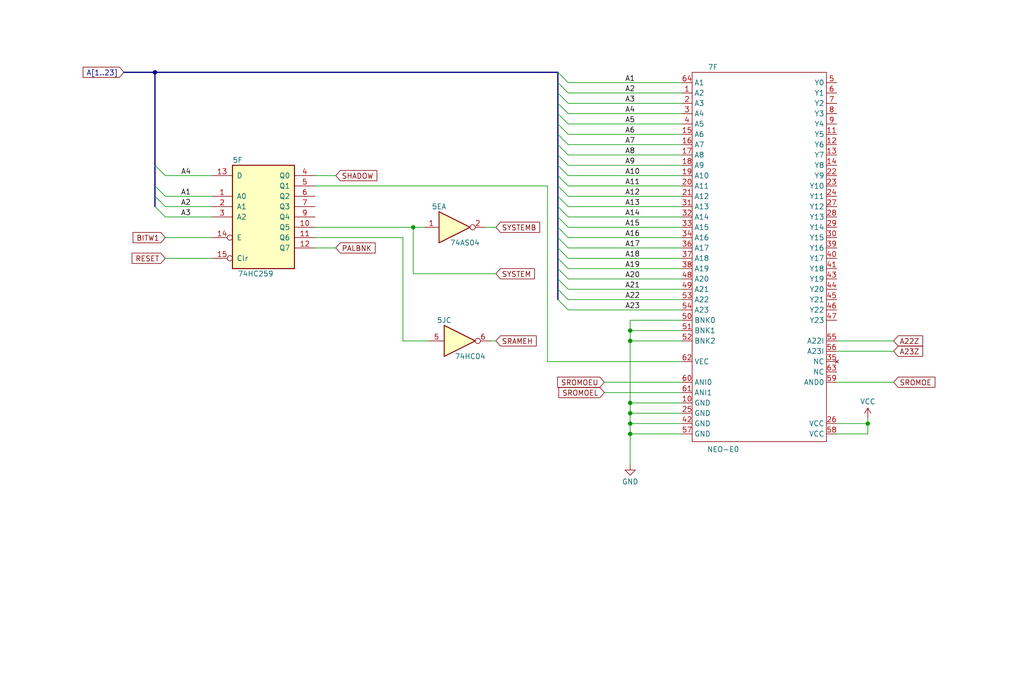
<source format=kicad_sch>
(kicad_sch (version 20230121) (generator eeschema)
  (paper "User" 251.79 169.393)
  (title_block (title "NEO-EO shift registers") (date "2023-08-15") (company "SNK") (comment 3 "Converted by Frater ") (comment 4 "NEO-GEO MVS MV1F"))
  (lib_symbols
    (symbol "0-Custom-SNK:NEO-E0 (MV2F)"
      (property "Reference" "E5" (at -16.51 46.99 0))
      (property "Value" "NEO-E0 (MV2F)" (at 0 -43.815 0))
      (symbol "NEO-E0 (MV2F)_0_0"
        (pin input line (at -19.05 40.64 0) (length 2.54) (name "A2") (number "1"))
        (pin power_in line (at -19.05 -35.56 0) (length 2.54) (name "GND") (number "10"))
        (pin output line (at 19.05 30.48 180) (length 2.54) (name "Y5") (number "11"))
        (pin output line (at 19.05 27.94 180) (length 2.54) (name "Y6") (number "12"))
        (pin output line (at 19.05 25.4 180) (length 2.54) (name "Y7") (number "13"))
        (pin output line (at 19.05 22.86 180) (length 2.54) (name "Y8") (number "14"))
        (pin input line (at -19.05 30.48 0) (length 2.54) (name "A6") (number "15"))
        (pin input line (at -19.05 27.94 0) (length 2.54) (name "A7") (number "16"))
        (pin input line (at -19.05 25.4 0) (length 2.54) (name "A8") (number "17"))
        (pin input line (at -19.05 22.86 0) (length 2.54) (name "A9") (number "18"))
        (pin input line (at -19.05 20.32 0) (length 2.54) (name "A10") (number "19"))
        (pin input line (at -19.05 38.1 0) (length 2.54) (name "A3") (number "2"))
        (pin input line (at -19.05 17.78 0) (length 2.54) (name "A11") (number "20"))
        (pin input line (at -19.05 15.24 0) (length 2.54) (name "A12") (number "21"))
        (pin output line (at 19.05 20.32 180) (length 2.54) (name "Y9") (number "22"))
        (pin output line (at 19.05 17.78 180) (length 2.54) (name "Y10") (number "23"))
        (pin output line (at 19.05 15.24 180) (length 2.54) (name "Y11") (number "24"))
        (pin power_in line (at -19.05 -38.1 0) (length 2.54) (name "GND") (number "25"))
        (pin power_in line (at 19.05 -40.64 180) (length 2.54) (name "VCC") (number "26"))
        (pin output line (at 19.05 12.7 180) (length 2.54) (name "Y12") (number "27"))
        (pin output line (at 19.05 10.16 180) (length 2.54) (name "Y13") (number "28"))
        (pin output line (at 19.05 7.62 180) (length 2.54) (name "Y14") (number "29"))
        (pin input line (at -19.05 35.56 0) (length 2.54) (name "A4") (number "3"))
        (pin output line (at 19.05 5.08 180) (length 2.54) (name "Y15") (number "30"))
        (pin input line (at -19.05 12.7 0) (length 2.54) (name "A13") (number "31"))
        (pin input line (at -19.05 10.16 0) (length 2.54) (name "A14") (number "32"))
        (pin input line (at -19.05 7.62 0) (length 2.54) (name "A15") (number "33"))
        (pin input line (at -19.05 5.08 0) (length 2.54) (name "A16") (number "34"))
        (pin no_connect line (at 19.05 -25.4 180) (length 2.54) (name "NC") (number "35"))
        (pin input line (at -19.05 2.54 0) (length 2.54) (name "A17") (number "36"))
        (pin input line (at -19.05 0 0) (length 2.54) (name "A18") (number "37"))
        (pin input line (at -19.05 -2.54 0) (length 2.54) (name "A19") (number "38"))
        (pin output line (at 19.05 2.54 180) (length 2.54) (name "Y16") (number "39"))
        (pin input line (at -19.05 33.02 0) (length 2.54) (name "A5") (number "4"))
        (pin output line (at 19.05 0 180) (length 2.54) (name "Y17") (number "40"))
        (pin output line (at 19.05 -2.54 180) (length 2.54) (name "Y18") (number "41"))
        (pin power_in line (at -19.05 -40.64 0) (length 2.54) (name "GND") (number "42"))
        (pin output line (at 19.05 -5.08 180) (length 2.54) (name "Y19") (number "43"))
        (pin output line (at 19.05 -7.62 180) (length 2.54) (name "Y20") (number "44"))
        (pin output line (at 19.05 -10.16 180) (length 2.54) (name "Y21") (number "45"))
        (pin output line (at 19.05 -12.7 180) (length 2.54) (name "Y22") (number "46"))
        (pin output line (at 19.05 -15.24 180) (length 2.54) (name "Y23") (number "47"))
        (pin input line (at -19.05 -5.08 0) (length 2.54) (name "A20") (number "48"))
        (pin input line (at -19.05 -7.62 0) (length 2.54) (name "A21") (number "49"))
        (pin output line (at 19.05 43.18 180) (length 2.54) (name "Y0") (number "5"))
        (pin input line (at -19.05 -15.24 0) (length 2.54) (name "BNK0") (number "50"))
        (pin input line (at -19.05 -17.78 0) (length 2.54) (name "BNK1") (number "51"))
        (pin input line (at -19.05 -20.32 0) (length 2.54) (name "BNK2") (number "52"))
        (pin input line (at -19.05 -10.16 0) (length 2.54) (name "A22") (number "53"))
        (pin input line (at -19.05 -12.7 0) (length 2.54) (name "A23") (number "54"))
        (pin output line (at 19.05 -20.32 180) (length 2.54) (name "A22I") (number "55"))
        (pin output line (at 19.05 -22.86 180) (length 2.54) (name "A23I") (number "56"))
        (pin power_in line (at -19.05 -43.18 0) (length 2.54) (name "GND") (number "57"))
        (pin power_in line (at 19.05 -43.18 180) (length 2.54) (name "VCC") (number "58"))
        (pin output line (at 19.05 -30.48 180) (length 2.54) (name "AND0") (number "59"))
        (pin output line (at 19.05 40.64 180) (length 2.54) (name "Y1") (number "6"))
        (pin input line (at -19.05 -30.48 0) (length 2.54) (name "ANI0") (number "60"))
        (pin input line (at -19.05 -33.02 0) (length 2.54) (name "ANI1") (number "61"))
        (pin output line (at -19.05 -25.4 0) (length 2.54) (name "VEC") (number "62"))
        (pin output line (at 19.05 -27.94 180) (length 2.54) (name "NC") (number "63"))
        (pin input line (at -19.05 43.18 0) (length 2.54) (name "A1") (number "64"))
        (pin output line (at 19.05 38.1 180) (length 2.54) (name "Y2") (number "7"))
        (pin output line (at 19.05 35.56 180) (length 2.54) (name "Y3") (number "8"))
        (pin output line (at 19.05 33.02 180) (length 2.54) (name "Y4") (number "9"))
      )
      (symbol "NEO-E0 (MV2F)_0_1"
        (rectangle (start -16.51 45.72) (end 16.51 -45.085))
      )
    )
    (symbol "74xx:74HC04"
      (property "Reference" "U" (at 0 1.27 0))
      (property "Value" "74HC04" (at 0 -1.27 0))
      (symbol "74HC04_1_0"
        (polyline (pts (xy -3.81 3.81) (xy -3.81 -3.81) (xy 3.81 0) (xy -3.81 3.81)) (stroke (width 0.254)) (fill (type background)))
        (pin input line (at -7.62 0 0) (length 3.81) (name "~") (number "1"))
        (pin output inverted (at 7.62 0 180) (length 3.81) (name "~") (number "2"))
      )
      (symbol "74HC04_2_0"
        (polyline (pts (xy -3.81 3.81) (xy -3.81 -3.81) (xy 3.81 0) (xy -3.81 3.81)) (stroke (width 0.254)) (fill (type background)))
        (pin input line (at -7.62 0 0) (length 3.81) (name "~") (number "3"))
        (pin output inverted (at 7.62 0 180) (length 3.81) (name "~") (number "4"))
      )
      (symbol "74HC04_3_0"
        (polyline (pts (xy -3.81 3.81) (xy -3.81 -3.81) (xy 3.81 0) (xy -3.81 3.81)) (stroke (width 0.254)) (fill (type background)))
        (pin input line (at -7.62 0 0) (length 3.81) (name "~") (number "5"))
        (pin output inverted (at 7.62 0 180) (length 3.81) (name "~") (number "6"))
      )
      (symbol "74HC04_4_0"
        (polyline (pts (xy -3.81 3.81) (xy -3.81 -3.81) (xy 3.81 0) (xy -3.81 3.81)) (stroke (width 0.254)) (fill (type background)))
        (pin output inverted (at 7.62 0 180) (length 3.81) (name "~") (number "8"))
        (pin input line (at -7.62 0 0) (length 3.81) (name "~") (number "9"))
      )
      (symbol "74HC04_5_0"
        (polyline (pts (xy -3.81 3.81) (xy -3.81 -3.81) (xy 3.81 0) (xy -3.81 3.81)) (stroke (width 0.254)) (fill (type background)))
        (pin output inverted (at 7.62 0 180) (length 3.81) (name "~") (number "10"))
        (pin input line (at -7.62 0 0) (length 3.81) (name "~") (number "11"))
      )
      (symbol "74HC04_6_0"
        (polyline (pts (xy -3.81 3.81) (xy -3.81 -3.81) (xy 3.81 0) (xy -3.81 3.81)) (stroke (width 0.254)) (fill (type background)))
        (pin output inverted (at 7.62 0 180) (length 3.81) (name "~") (number "12"))
        (pin input line (at -7.62 0 0) (length 3.81) (name "~") (number "13"))
      )
      (symbol "74HC04_7_0"
        (pin power_in line (at 0 12.7 270) (length 5.08) (name "VCC") (number "14"))
        (pin power_in line (at 0 -12.7 90) (length 5.08) (name "GND") (number "7"))
      )
      (symbol "74HC04_7_1"
        (rectangle (start -5.08 7.62) (end 5.08 -7.62) (stroke (width 0.254)) (fill (type background)))
      )
    )
    (symbol "74xx:74LS259" (pin_names (offset 1.016))
      (property "Reference" "5F" (at -7.62 13.97 0))
      (property "Value" "74HC259" (at -6.35 -13.97 0))
      (symbol "74LS259_1_0"
        (pin input line (at -12.7 5.08 0) (length 5.08) (name "A0") (number "1"))
        (pin output line (at 12.7 -2.54 180) (length 5.08) (name "Q5") (number "10"))
        (pin output line (at 12.7 -5.08 180) (length 5.08) (name "Q6") (number "11"))
        (pin output line (at 12.7 -7.62 180) (length 5.08) (name "Q7") (number "12"))
        (pin input line (at -12.7 10.16 0) (length 5.08) (name "D") (number "13"))
        (pin input inverted (at -12.7 -5.08 0) (length 5.08) (name "E") (number "14"))
        (pin input inverted (at -12.7 -10.16 0) (length 5.08) (name "Clr") (number "15"))
        (pin power_in line (at 0 17.78 270) (length 5.08) hide (name "VCC") (number "16"))
        (pin input line (at -12.7 2.54 0) (length 5.08) (name "A1") (number "2"))
        (pin input line (at -12.7 0 0) (length 5.08) (name "A2") (number "3"))
        (pin output line (at 12.7 10.16 180) (length 5.08) (name "Q0") (number "4"))
        (pin output line (at 12.7 7.62 180) (length 5.08) (name "Q1") (number "5"))
        (pin output line (at 12.7 5.08 180) (length 5.08) (name "Q2") (number "6"))
        (pin output line (at 12.7 2.54 180) (length 5.08) (name "Q3") (number "7"))
        (pin power_in line (at 0 -17.78 90) (length 5.08) hide (name "GND") (number "8"))
        (pin output line (at 12.7 0 180) (length 5.08) (name "Q4") (number "9"))
      )
      (symbol "74LS259_1_1"
        (rectangle (start -7.62 12.7) (end 7.62 -12.7) (stroke (width 0.254)) (fill (type background)))
      )
    )
    (symbol "power:GND" (power) (pin_names (offset 0))
      (property "Value" "GND" (at 0 -3.81 0))
      (symbol "GND_0_1"
        (polyline (pts (xy 0 0) (xy 0 -1.27) (xy 1.27 -1.27) (xy 0 -2.54) (xy -1.27 -1.27) (xy 0 -1.27)))
      )
      (symbol "GND_1_1"
        (pin power_in line (at 0 0 270) (length 0) hide (name "GND") (number "1"))
      )
    )
    (symbol "power:VCC" (power) (pin_names (offset 0))
      (property "Value" "VCC" (at 0 3.81 0))
      (symbol "VCC_0_1"
        (polyline (pts (xy -0.762 1.27) (xy 0 2.54)))
        (polyline (pts (xy 0 0) (xy 0 2.54)))
        (polyline (pts (xy 0 2.54) (xy 0.762 1.27)))
      )
      (symbol "VCC_1_1"
        (pin power_in line (at 0 0 90) (length 0) hide (name "VCC") (number "1"))
      )
    )
  )
  (junction (at 213.36 104.14))
  (junction (at 154.94 99.06))
  (junction (at 38.1 17.78))
  (junction (at 154.94 106.68))
  (junction (at 154.94 101.6))
  (junction (at 154.94 104.14))
  (junction (at 154.94 81.28))
  (junction (at 101.6 55.88))
  (junction (at 154.94 83.82))
  (bus_entry (at 137.16 17.78) (size 2.54 2.54))
  (bus_entry (at 38.1 45.72) (size 2.54 2.54))
  (bus_entry (at 137.16 40.64) (size 2.54 2.54))
  (bus_entry (at 137.16 60.96) (size 2.54 2.54))
  (bus_entry (at 137.16 53.34) (size 2.54 2.54))
  (bus_entry (at 137.16 55.88) (size 2.54 2.54))
  (bus_entry (at 38.1 50.8) (size 2.54 2.54))
  (bus_entry (at 137.16 25.4) (size 2.54 2.54))
  (bus_entry (at 137.16 66.04) (size 2.54 2.54))
  (bus_entry (at 137.16 45.72) (size 2.54 2.54))
  (bus_entry (at 137.16 27.94) (size 2.54 2.54))
  (bus_entry (at 137.16 43.18) (size 2.54 2.54))
  (bus_entry (at 137.16 35.56) (size 2.54 2.54))
  (bus_entry (at 137.16 71.12) (size 2.54 2.54))
  (bus_entry (at 137.16 63.5) (size 2.54 2.54))
  (bus_entry (at 137.16 50.8) (size 2.54 2.54))
  (bus_entry (at 137.16 73.66) (size 2.54 2.54))
  (bus_entry (at 137.16 38.1) (size 2.54 2.54))
  (bus_entry (at 137.16 68.58) (size 2.54 2.54))
  (bus_entry (at 137.16 33.02) (size 2.54 2.54))
  (bus_entry (at 137.16 58.42) (size 2.54 2.54))
  (bus_entry (at 38.1 48.26) (size 2.54 2.54))
  (bus_entry (at 137.16 48.26) (size 2.54 2.54))
  (bus_entry (at 137.16 30.48) (size 2.54 2.54))
  (bus_entry (at 38.1 40.64) (size 2.54 2.54))
  (bus_entry (at 137.16 20.32) (size 2.54 2.54))
  (bus_entry (at 137.16 22.86) (size 2.54 2.54))
  (bus (pts (xy 137.16 40.64) (xy 137.16 43.18)))
  (bus (pts (xy 137.16 48.26) (xy 137.16 50.8)))
  (wire (pts (xy 154.94 99.06) (xy 154.94 101.6)))
  (wire (pts (xy 139.7 45.72) (xy 167.64 45.72)))
  (bus (pts (xy 137.16 25.4) (xy 137.16 27.94)))
  (wire (pts (xy 134.62 88.9) (xy 167.64 88.9)))
  (wire (pts (xy 154.94 83.82) (xy 154.94 99.06)))
  (wire (pts (xy 167.64 78.74) (xy 154.94 78.74)))
  (wire (pts (xy 139.7 22.86) (xy 167.64 22.86)))
  (wire (pts (xy 139.7 25.4) (xy 167.64 25.4)))
  (wire (pts (xy 154.94 78.74) (xy 154.94 81.28)))
  (wire (pts (xy 101.6 55.88) (xy 101.6 67.31)))
  (wire (pts (xy 205.74 93.98) (xy 219.71 93.98)))
  (wire (pts (xy 77.47 55.88) (xy 101.6 55.88)))
  (bus (pts (xy 137.16 68.58) (xy 137.16 71.12)))
  (bus (pts (xy 137.16 38.1) (xy 137.16 40.64)))
  (wire (pts (xy 99.06 83.82) (xy 105.41 83.82)))
  (wire (pts (xy 139.7 76.2) (xy 167.64 76.2)))
  (bus (pts (xy 137.16 20.32) (xy 137.16 22.86)))
  (wire (pts (xy 139.7 33.02) (xy 167.64 33.02)))
  (wire (pts (xy 139.7 48.26) (xy 167.64 48.26)))
  (wire (pts (xy 134.62 45.72) (xy 134.62 88.9)))
  (bus (pts (xy 137.16 45.72) (xy 137.16 48.26)))
  (bus (pts (xy 30.48 17.78) (xy 38.1 17.78)))
  (wire (pts (xy 139.7 35.56) (xy 167.64 35.56)))
  (wire (pts (xy 139.7 58.42) (xy 167.64 58.42)))
  (wire (pts (xy 40.64 50.8) (xy 52.07 50.8)))
  (wire (pts (xy 40.64 58.42) (xy 52.07 58.42)))
  (wire (pts (xy 154.94 101.6) (xy 154.94 104.14)))
  (wire (pts (xy 119.38 55.88) (xy 121.92 55.88)))
  (wire (pts (xy 139.7 50.8) (xy 167.64 50.8)))
  (wire (pts (xy 213.36 102.87) (xy 213.36 104.14)))
  (bus (pts (xy 137.16 63.5) (xy 137.16 66.04)))
  (wire (pts (xy 205.74 86.36) (xy 219.71 86.36)))
  (wire (pts (xy 77.47 43.18) (xy 82.55 43.18)))
  (wire (pts (xy 77.47 60.96) (xy 82.55 60.96)))
  (wire (pts (xy 139.7 71.12) (xy 167.64 71.12)))
  (bus (pts (xy 137.16 60.96) (xy 137.16 63.5)))
  (bus (pts (xy 38.1 48.26) (xy 38.1 50.8)))
  (bus (pts (xy 137.16 33.02) (xy 137.16 35.56)))
  (wire (pts (xy 154.94 106.68) (xy 167.64 106.68)))
  (wire (pts (xy 40.64 43.18) (xy 52.07 43.18)))
  (wire (pts (xy 139.7 27.94) (xy 167.64 27.94)))
  (wire (pts (xy 213.36 104.14) (xy 213.36 106.68)))
  (wire (pts (xy 139.7 60.96) (xy 167.64 60.96)))
  (wire (pts (xy 154.94 104.14) (xy 154.94 106.68)))
  (wire (pts (xy 120.65 83.82) (xy 121.92 83.82)))
  (wire (pts (xy 205.74 104.14) (xy 213.36 104.14)))
  (wire (pts (xy 154.94 81.28) (xy 167.64 81.28)))
  (wire (pts (xy 77.47 58.42) (xy 99.06 58.42)))
  (wire (pts (xy 154.94 99.06) (xy 167.64 99.06)))
  (wire (pts (xy 139.7 55.88) (xy 167.64 55.88)))
  (wire (pts (xy 213.36 106.68) (xy 205.74 106.68)))
  (bus (pts (xy 137.16 43.18) (xy 137.16 45.72)))
  (bus (pts (xy 38.1 45.72) (xy 38.1 48.26)))
  (wire (pts (xy 139.7 20.32) (xy 167.64 20.32)))
  (wire (pts (xy 148.59 96.52) (xy 167.64 96.52)))
  (wire (pts (xy 154.94 104.14) (xy 167.64 104.14)))
  (bus (pts (xy 137.16 27.94) (xy 137.16 30.48)))
  (bus (pts (xy 137.16 22.86) (xy 137.16 25.4)))
  (wire (pts (xy 139.7 66.04) (xy 167.64 66.04)))
  (wire (pts (xy 99.06 58.42) (xy 99.06 83.82)))
  (wire (pts (xy 139.7 68.58) (xy 167.64 68.58)))
  (bus (pts (xy 137.16 53.34) (xy 137.16 55.88)))
  (wire (pts (xy 77.47 45.72) (xy 134.62 45.72)))
  (wire (pts (xy 139.7 73.66) (xy 167.64 73.66)))
  (wire (pts (xy 154.94 106.68) (xy 154.94 114.3)))
  (wire (pts (xy 154.94 81.28) (xy 154.94 83.82)))
  (bus (pts (xy 137.16 55.88) (xy 137.16 58.42)))
  (bus (pts (xy 137.16 50.8) (xy 137.16 53.34)))
  (bus (pts (xy 137.16 30.48) (xy 137.16 33.02)))
  (bus (pts (xy 38.1 40.64) (xy 38.1 45.72)))
  (wire (pts (xy 139.7 30.48) (xy 167.64 30.48)))
  (wire (pts (xy 40.64 48.26) (xy 52.07 48.26)))
  (wire (pts (xy 205.74 83.82) (xy 219.71 83.82)))
  (wire (pts (xy 139.7 63.5) (xy 167.64 63.5)))
  (wire (pts (xy 154.94 101.6) (xy 167.64 101.6)))
  (bus (pts (xy 137.16 71.12) (xy 137.16 73.66)))
  (wire (pts (xy 139.7 43.18) (xy 167.64 43.18)))
  (bus (pts (xy 137.16 17.78) (xy 137.16 20.32)))
  (wire (pts (xy 154.94 83.82) (xy 167.64 83.82)))
  (wire (pts (xy 40.64 53.34) (xy 52.07 53.34)))
  (bus (pts (xy 137.16 66.04) (xy 137.16 68.58)))
  (bus (pts (xy 38.1 17.78) (xy 137.16 17.78)))
  (bus (pts (xy 38.1 17.78) (xy 38.1 40.64)))
  (bus (pts (xy 137.16 35.56) (xy 137.16 38.1)))
  (wire (pts (xy 139.7 38.1) (xy 167.64 38.1)))
  (wire (pts (xy 148.59 93.98) (xy 167.64 93.98)))
  (wire (pts (xy 40.64 63.5) (xy 52.07 63.5)))
  (wire (pts (xy 104.14 55.88) (xy 101.6 55.88)))
  (bus (pts (xy 137.16 58.42) (xy 137.16 60.96)))
  (wire (pts (xy 139.7 53.34) (xy 167.64 53.34)))
  (wire (pts (xy 139.7 40.64) (xy 167.64 40.64)))
  (wire (pts (xy 101.6 67.31) (xy 121.92 67.31)))
  (label "A16" (at 153.67 58.42 0))
  (label "A15" (at 153.67 55.88 0))
  (label "A3" (at 153.67 25.4 0))
  (label "A6" (at 153.67 33.02 0))
  (label "A4" (at 153.67 27.94 0))
  (label "A2" (at 153.67 22.86 0))
  (label "A2" (at 44.45 50.8 0))
  (label "A22" (at 153.67 73.66 0))
  (label "A9" (at 153.67 40.64 0))
  (label "A4" (at 46.99 43.18 180))
  (label "A20" (at 153.67 68.58 0))
  (label "A13" (at 153.67 50.8 0))
  (label "A23" (at 153.67 76.2 0))
  (label "A3" (at 44.45 53.34 0))
  (label "A1" (at 44.45 48.26 0))
  (label "A7" (at 153.67 35.56 0))
  (label "A14" (at 153.67 53.34 0))
  (label "A12" (at 153.67 48.26 0))
  (label "A10" (at 153.67 43.18 0))
  (label "A8" (at 153.67 38.1 0))
  (label "A21" (at 153.67 71.12 0))
  (label "A19" (at 153.67 66.04 0))
  (label "A1" (at 153.67 20.32 0))
  (label "A17" (at 153.67 60.96 0))
  (label "A18" (at 153.67 63.5 0))
  (label "A11" (at 153.67 45.72 0))
  (label "A5" (at 153.67 30.48 0))
  (global_label "SROMOEL" (shape input) (at 148.59 96.52 180) (property "Intersheetrefs" "${INTERSHEET_REFS}" (at 136.8358 96.52 0) (effects (justify right))))
  (global_label "PALBNK" (shape input) (at 82.55 60.96 0) (property "Intersheetrefs" "${INTERSHEET_REFS}" (at 92.7924 60.96 0) (effects (justify left))))
  (global_label "SROMOE" (shape input) (at 219.71 93.98 0) (property "Intersheetrefs" "${INTERSHEET_REFS}" (at 230.4361 93.98 0) (effects (justify left))))
  (global_label "A22Z" (shape input) (at 219.71 83.82 0) (property "Intersheetrefs" "${INTERSHEET_REFS}" (at 227.4123 83.82 0) (effects (justify left))))
  (global_label "SYSTEMB" (shape input) (at 121.92 55.88 0) (property "Intersheetrefs" "${INTERSHEET_REFS}" (at 133.2508 55.88 0) (effects (justify left))))
  (global_label "A23Z" (shape input) (at 219.71 86.36 0) (property "Intersheetrefs" "${INTERSHEET_REFS}" (at 227.4123 86.36 0) (effects (justify left))))
  (global_label "BITW1" (shape input) (at 40.64 58.42 180) (property "Intersheetrefs" "${INTERSHEET_REFS}" (at 32.1515 58.42 0) (effects (justify right))))
  (global_label "SHADOW" (shape input) (at 82.55 43.18 0) (property "Intersheetrefs" "${INTERSHEET_REFS}" (at 93.2157 43.18 0) (effects (justify left))))
  (global_label "A[1..23]" (shape input) (at 30.48 17.78 180) (property "Intersheetrefs" "${INTERSHEET_REFS}" (at 19.8747 17.78 0) (effects (justify right))))
  (global_label "SYSTEM" (shape input) (at 121.92 67.31 0) (property "Intersheetrefs" "${INTERSHEET_REFS}" (at 131.9808 67.31 0) (effects (justify left))))
  (global_label "SRAMEH" (shape input) (at 121.92 83.82 0) (property "Intersheetrefs" "${INTERSHEET_REFS}" (at 132.4042 83.82 0) (effects (justify left))))
  (global_label "SROMOEU" (shape input) (at 148.59 93.98 180) (property "Intersheetrefs" "${INTERSHEET_REFS}" (at 136.5334 93.98 0) (effects (justify right))))
  (global_label "RESET" (shape input) (at 40.64 63.5 180) (property "Intersheetrefs" "${INTERSHEET_REFS}" (at 31.9097 63.5 0) (effects (justify right))))
  (symbol (lib_id "74xx:74LS259") (at 64.77 53.34 0) (unit 1)
    (property "Reference" "5F" (at 57.15 39.37 0) (effects (justify left)))
    (property "Value" "74HC259" (at 58.42 67.31 0) (effects (justify left)))
    (property "Datasheet" "http://www.ti.com/lit/gpn/sn74LS259" (effects hide))
  )
  (symbol (lib_id "power:VCC") (at 213.36 102.87 0) (unit 1)
    (property "Reference" "#PWR022" (effects hide))
    (property "Value" "VCC" (at 213.36 98.7369 0))
  )
  (symbol (lib_id "power:GND") (at 154.94 114.3 0) (unit 1)
    (property "Reference" "#PWR021" (effects hide))
    (property "Value" "GND" (at 154.94 118.4331 0))
  )
  (symbol (lib_id "74xx:74HC04") (at 111.76 55.88 0) (unit 1)
    (property "Reference" "5E" (at 107.95 50.8 0))
    (property "Value" "74AS04" (at 114.3 59.69 0))
    (property "Datasheet" "https://assets.nexperia.com/documents/data-sheet/74HC_HCT04.pdf" (effects hide))
  )
  (symbol (lib_id "74xx:74HC04") (at 113.03 83.82 0) (unit 3)
    (property "Reference" "5J" (at 109.22 78.74 0))
    (property "Value" "74HC04" (at 111.76 87.63 0) (effects (justify left)))
    (property "Datasheet" "https://assets.nexperia.com/documents/data-sheet/74HC_HCT04.pdf" (effects hide))
  )
  (symbol (lib_id "0-Custom-SNK:NEO-E0 (MV2F)") (at 186.69 63.5 0) (unit 1)
    (property "Reference" "7F" (at 175.26 16.51 0))
    (property "Value" "NEO-E0" (at 177.8 110.49 0))
  )
)
</source>
